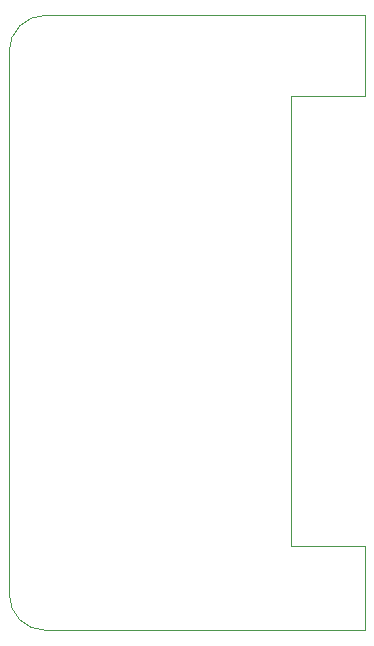
<source format=gm1>
%TF.GenerationSoftware,KiCad,Pcbnew,(5.1.8)-1*%
%TF.CreationDate,2020-12-06T18:17:34-05:00*%
%TF.ProjectId,Breadboar Power Supply v1,42726561-6462-46f6-9172-20506f776572,1.0*%
%TF.SameCoordinates,Original*%
%TF.FileFunction,Profile,NP*%
%FSLAX46Y46*%
G04 Gerber Fmt 4.6, Leading zero omitted, Abs format (unit mm)*
G04 Created by KiCad (PCBNEW (5.1.8)-1) date 2020-12-06 18:17:34*
%MOMM*%
%LPD*%
G01*
G04 APERTURE LIST*
%TA.AperFunction,Profile*%
%ADD10C,0.050000*%
%TD*%
G04 APERTURE END LIST*
D10*
X175006000Y-136017000D02*
G75*
G02*
X171958000Y-132969000I0J3048000D01*
G01*
X171958000Y-86995000D02*
G75*
G02*
X175006000Y-83947000I3048000J0D01*
G01*
X175006000Y-83947000D02*
X202057000Y-83947000D01*
X202057000Y-90805000D02*
X202057000Y-83947000D01*
X195834000Y-90805000D02*
X202057000Y-90805000D01*
X195834000Y-128905000D02*
X195834000Y-90805000D01*
X202057000Y-128905000D02*
X195834000Y-128905000D01*
X202057000Y-136017000D02*
X202057000Y-128905000D01*
X175006000Y-136017000D02*
X202057000Y-136017000D01*
X171958000Y-86995000D02*
X171958000Y-132969000D01*
M02*

</source>
